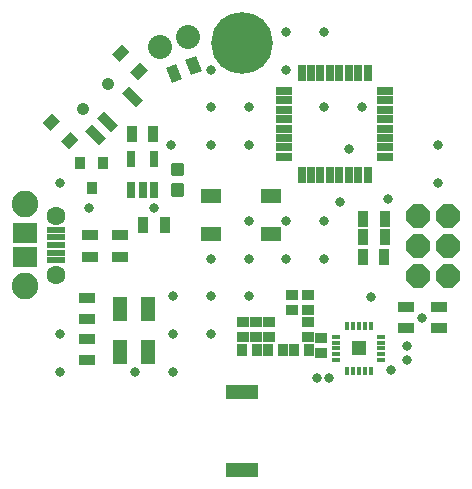
<source format=gts>
G75*
%MOIN*%
%OFA0B0*%
%FSLAX25Y25*%
%IPPOS*%
%LPD*%
%AMOC8*
5,1,8,0,0,1.08239X$1,22.5*
%
%ADD10C,0.20600*%
%ADD11R,0.05600X0.02800*%
%ADD12R,0.02800X0.05600*%
%ADD13R,0.03750X0.04143*%
%ADD14R,0.07100X0.04537*%
%ADD15R,0.05324X0.03750*%
%ADD16C,0.08000*%
%ADD17R,0.02765X0.05324*%
%ADD18C,0.06309*%
%ADD19R,0.05915X0.02175*%
%ADD20R,0.08080X0.06506*%
%ADD21C,0.08868*%
%ADD22R,0.03750X0.05324*%
%ADD23R,0.10600X0.04600*%
%ADD24R,0.04537X0.04537*%
%ADD25R,0.01781X0.03159*%
%ADD26R,0.03159X0.01781*%
%ADD27OC8,0.08000*%
%ADD28R,0.04537X0.03750*%
%ADD29R,0.03356X0.06506*%
%ADD30C,0.04143*%
%ADD31R,0.04931X0.08080*%
%ADD32C,0.01361*%
%ADD33R,0.04143X0.03356*%
%ADD34R,0.03356X0.04143*%
%ADD35C,0.03300*%
D10*
X0084420Y0162780D03*
D11*
X0098541Y0146760D03*
X0098541Y0143610D03*
X0098541Y0140461D03*
X0098541Y0137311D03*
X0098541Y0134161D03*
X0098541Y0131012D03*
X0098541Y0127862D03*
X0098541Y0124713D03*
X0132341Y0124713D03*
X0132341Y0127862D03*
X0132341Y0131012D03*
X0132341Y0134161D03*
X0132341Y0137311D03*
X0132341Y0140461D03*
X0132341Y0143610D03*
X0132341Y0146760D03*
D12*
X0126464Y0152636D03*
X0123315Y0152636D03*
X0120165Y0152636D03*
X0117015Y0152636D03*
X0113866Y0152636D03*
X0110716Y0152636D03*
X0107567Y0152636D03*
X0104417Y0152636D03*
X0104417Y0118836D03*
X0107567Y0118836D03*
X0110716Y0118836D03*
X0113866Y0118836D03*
X0117015Y0118836D03*
X0120165Y0118836D03*
X0123315Y0118836D03*
X0126464Y0118836D03*
D13*
X0038188Y0122585D03*
X0030707Y0122585D03*
X0034447Y0114317D03*
D14*
X0074114Y0111633D03*
X0074114Y0099035D03*
X0094406Y0099035D03*
X0094406Y0111633D03*
D15*
X0139131Y0074656D03*
X0139131Y0067570D03*
X0150155Y0067570D03*
X0150155Y0074656D03*
X0044005Y0091465D03*
X0044005Y0098552D03*
X0033750Y0098542D03*
X0033750Y0091456D03*
X0032832Y0077806D03*
X0032832Y0070719D03*
X0032832Y0064026D03*
X0032832Y0056940D03*
D16*
X0057095Y0161306D03*
X0066486Y0164742D03*
D17*
X0055152Y0123867D03*
X0047672Y0123867D03*
X0047672Y0113630D03*
X0051412Y0113630D03*
X0055152Y0113630D03*
D18*
X0022730Y0105144D03*
X0022730Y0085459D03*
D19*
X0022730Y0090183D03*
X0022730Y0092742D03*
X0022730Y0095301D03*
X0022730Y0097860D03*
X0022730Y0100419D03*
D20*
X0012100Y0099238D03*
X0012100Y0091364D03*
D21*
X0012141Y0081524D03*
X0012095Y0109096D03*
D22*
X0047865Y0132188D03*
X0054952Y0132188D03*
G36*
X0059092Y0154250D02*
X0062555Y0155685D01*
X0064592Y0150768D01*
X0061129Y0149333D01*
X0059092Y0154250D01*
G37*
G36*
X0065639Y0156962D02*
X0069102Y0158397D01*
X0071139Y0153480D01*
X0067676Y0152045D01*
X0065639Y0156962D01*
G37*
X0058817Y0101853D03*
X0051730Y0101853D03*
X0125030Y0104079D03*
X0125061Y0097867D03*
X0124946Y0091268D03*
X0132032Y0091268D03*
X0132148Y0097867D03*
X0132116Y0104079D03*
D23*
X0084411Y0046193D03*
X0084411Y0020193D03*
D24*
X0123502Y0060872D03*
D25*
X0123502Y0068352D03*
X0125470Y0068352D03*
X0127439Y0068352D03*
X0121533Y0068352D03*
X0119565Y0068352D03*
X0119565Y0053392D03*
X0121533Y0053392D03*
X0123502Y0053392D03*
X0125470Y0053392D03*
X0127439Y0053392D03*
D26*
X0130982Y0056935D03*
X0130982Y0058903D03*
X0130982Y0060872D03*
X0130982Y0062840D03*
X0130982Y0064809D03*
X0116022Y0064809D03*
X0116022Y0062840D03*
X0116022Y0060872D03*
X0116022Y0058903D03*
X0116022Y0056935D03*
D27*
X0143261Y0084976D03*
X0143261Y0094976D03*
X0143261Y0104976D03*
X0153261Y0104976D03*
X0153261Y0094976D03*
X0153261Y0084976D03*
D28*
G36*
X0047338Y0152976D02*
X0050544Y0156182D01*
X0053196Y0153530D01*
X0049990Y0150324D01*
X0047338Y0152976D01*
G37*
G36*
X0041214Y0159100D02*
X0044420Y0162306D01*
X0047072Y0159654D01*
X0043866Y0156448D01*
X0041214Y0159100D01*
G37*
G36*
X0018108Y0135994D02*
X0021314Y0139200D01*
X0023966Y0136548D01*
X0020760Y0133342D01*
X0018108Y0135994D01*
G37*
G36*
X0024232Y0129869D02*
X0027438Y0133075D01*
X0030090Y0130423D01*
X0026884Y0127217D01*
X0024232Y0129869D01*
G37*
D29*
G36*
X0032166Y0133347D02*
X0034539Y0135720D01*
X0039138Y0131121D01*
X0036765Y0128748D01*
X0032166Y0133347D01*
G37*
G36*
X0036342Y0137523D02*
X0038715Y0139896D01*
X0043314Y0135297D01*
X0040941Y0132924D01*
X0036342Y0137523D01*
G37*
G36*
X0044693Y0145875D02*
X0047066Y0148248D01*
X0051665Y0143649D01*
X0049292Y0141276D01*
X0044693Y0145875D01*
G37*
D30*
X0039828Y0148938D03*
X0031476Y0140586D03*
D31*
X0044067Y0074144D03*
X0053122Y0074144D03*
X0053122Y0059577D03*
X0044067Y0059577D03*
D32*
X0061425Y0115233D02*
X0064601Y0115233D01*
X0064601Y0112057D01*
X0061425Y0112057D01*
X0061425Y0115233D01*
X0061425Y0113417D02*
X0064601Y0113417D01*
X0064601Y0114777D02*
X0061425Y0114777D01*
X0061425Y0122138D02*
X0064601Y0122138D01*
X0064601Y0118962D01*
X0061425Y0118962D01*
X0061425Y0122138D01*
X0061425Y0120322D02*
X0064601Y0120322D01*
X0064601Y0121682D02*
X0061425Y0121682D01*
D33*
X0101293Y0078668D03*
X0101293Y0073550D03*
X0106415Y0073546D03*
X0106454Y0069735D03*
X0106454Y0064617D03*
X0110886Y0064424D03*
X0110886Y0059306D03*
X0093462Y0064617D03*
X0089131Y0064617D03*
X0084800Y0064617D03*
X0084800Y0069735D03*
X0089131Y0069735D03*
X0093462Y0069735D03*
X0106415Y0078664D03*
D34*
X0107045Y0060483D03*
X0101926Y0060483D03*
X0098383Y0060483D03*
X0093265Y0060483D03*
X0089722Y0060483D03*
X0084604Y0060483D03*
D35*
X0023777Y0053003D03*
X0023777Y0065601D03*
X0048974Y0053003D03*
X0061572Y0053003D03*
X0061572Y0065601D03*
X0061572Y0078199D03*
X0074171Y0078199D03*
X0074171Y0065601D03*
X0086769Y0078199D03*
X0086769Y0090798D03*
X0086769Y0103396D03*
X0074171Y0090798D03*
X0055273Y0107727D03*
X0060785Y0128593D03*
X0074171Y0128593D03*
X0086769Y0128593D03*
X0086769Y0141192D03*
X0074171Y0141192D03*
X0074171Y0153790D03*
X0099367Y0153790D03*
X0099367Y0166388D03*
X0111966Y0166388D03*
X0111966Y0141192D03*
X0124564Y0141192D03*
X0120234Y0127412D03*
X0133226Y0110680D03*
X0149761Y0115995D03*
X0149761Y0128593D03*
X0117084Y0109696D03*
X0111966Y0103396D03*
X0111966Y0090798D03*
X0099367Y0090798D03*
X0099367Y0103396D03*
X0127515Y0078128D03*
X0139525Y0061664D03*
X0139525Y0056940D03*
X0134407Y0053790D03*
X0144643Y0071113D03*
X0113541Y0051034D03*
X0109604Y0051034D03*
X0033619Y0107727D03*
X0023777Y0115995D03*
M02*

</source>
